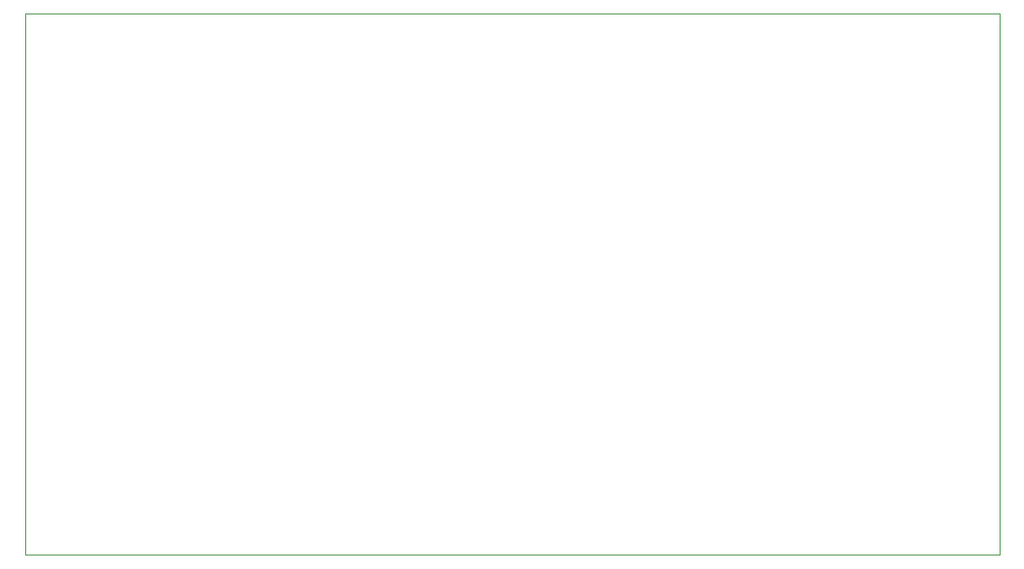
<source format=gm1>
G04 #@! TF.GenerationSoftware,KiCad,Pcbnew,5.0.2+dfsg1-1~bpo9+1*
G04 #@! TF.CreationDate,2022-10-20T11:28:44+02:00*
G04 #@! TF.ProjectId,nanosynth,6e616e6f-7379-46e7-9468-2e6b69636164,V.01*
G04 #@! TF.SameCoordinates,Original*
G04 #@! TF.FileFunction,Profile,NP*
%FSLAX46Y46*%
G04 Gerber Fmt 4.6, Leading zero omitted, Abs format (unit mm)*
G04 Created by KiCad (PCBNEW 5.0.2+dfsg1-1~bpo9+1) date Do 20 Okt 2022 11:28:44 CEST*
%MOMM*%
%LPD*%
G01*
G04 APERTURE LIST*
%ADD10C,0.100000*%
G04 APERTURE END LIST*
D10*
X65532000Y-70358000D02*
X65532000Y-121158000D01*
X156972000Y-70358000D02*
X65532000Y-70358000D01*
X156972000Y-121158000D02*
X156972000Y-70358000D01*
X65532000Y-121158000D02*
X156972000Y-121158000D01*
M02*

</source>
